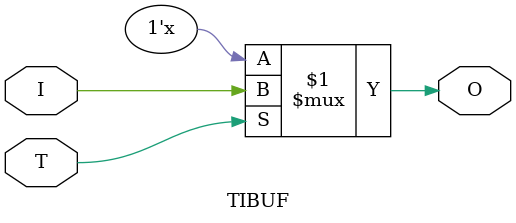
<source format=v>
`resetall
`timescale 1 ns / 100 ps

/* Created by DB2VERILOG Version 1.0.1.1 on Sat May 14 09:39:28 1994 */
/* module compiled from "lsl2db 3.6.4" run */


`celldefine
module TIBUF (I, T, O);
input  I, T;
output O;
bufif1 INST5 (O, I, T);

endmodule 
`endcelldefine

</source>
